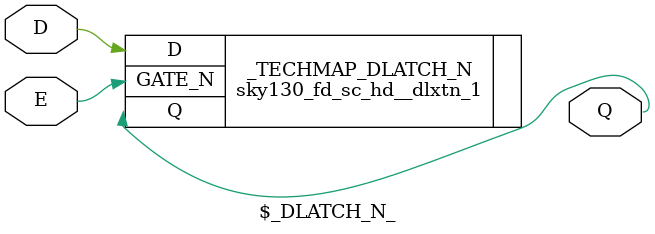
<source format=v>

module \$_DLATCH_P_ (input E, input D, output Q);
  sky130_fd_sc_hd__dlxtp_1 _TECHMAP_DLATCH_P (
    //# {{data|Data Signals}}
    .D(D),
    .Q(Q),

    //# {{clocks|Clocking}}
    .GATE(E)
  );
endmodule

module \$_DLATCH_N_ (input E, input D, output Q);
  sky130_fd_sc_hd__dlxtn_1 _TECHMAP_DLATCH_N (
    //# {{data|Data Signals}}
    .D(D),
    .Q(Q),

    //# {{clocks|Clocking}}
    .GATE_N(E)
  );
endmodule

</source>
